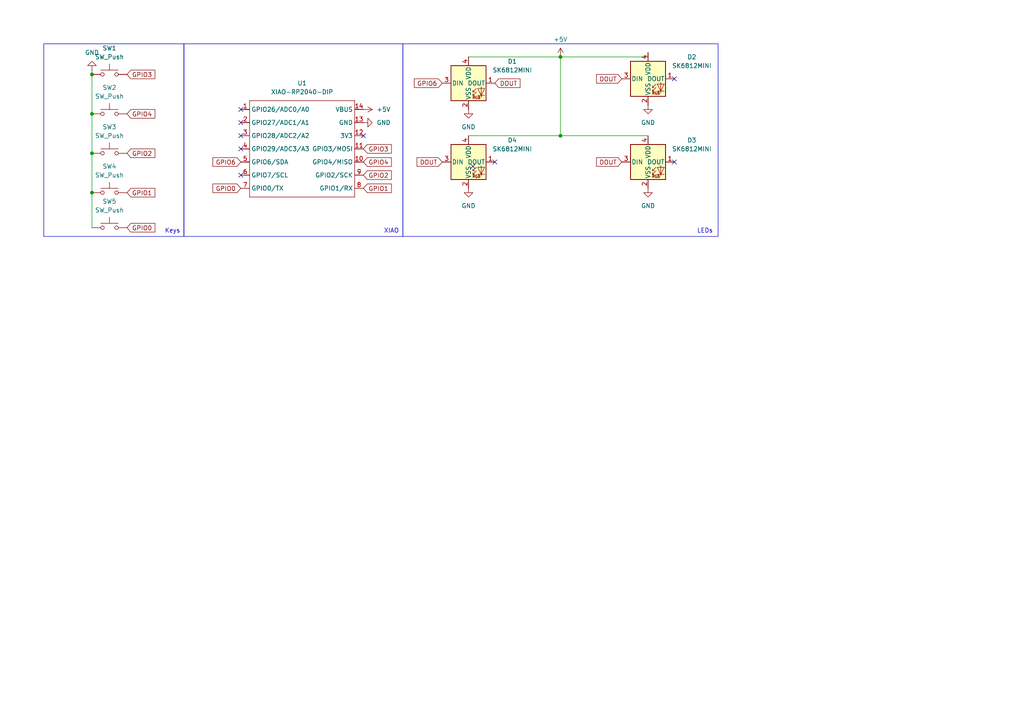
<source format=kicad_sch>
(kicad_sch
	(version 20231120)
	(generator "eeschema")
	(generator_version "8.0")
	(uuid "4ee10040-e0b6-4045-b3f1-ec38d41f0534")
	(paper "A4")
	(title_block
		(title "Cubus - Macrokeyboard")
		(date "2025-12-09")
		(rev "01")
		(company "Jannes M. Wendelken")
	)
	(lib_symbols
		(symbol "LED:SK6812MINI"
			(pin_names
				(offset 0.254)
			)
			(exclude_from_sim no)
			(in_bom yes)
			(on_board yes)
			(property "Reference" "D"
				(at 5.08 5.715 0)
				(effects
					(font
						(size 1.27 1.27)
					)
					(justify right bottom)
				)
			)
			(property "Value" "SK6812MINI"
				(at 1.27 -5.715 0)
				(effects
					(font
						(size 1.27 1.27)
					)
					(justify left top)
				)
			)
			(property "Footprint" "LED_SMD:LED_SK6812MINI_PLCC4_3.5x3.5mm_P1.75mm"
				(at 1.27 -7.62 0)
				(effects
					(font
						(size 1.27 1.27)
					)
					(justify left top)
					(hide yes)
				)
			)
			(property "Datasheet" "https://cdn-shop.adafruit.com/product-files/2686/SK6812MINI_REV.01-1-2.pdf"
				(at 2.54 -9.525 0)
				(effects
					(font
						(size 1.27 1.27)
					)
					(justify left top)
					(hide yes)
				)
			)
			(property "Description" "RGB LED with integrated controller"
				(at 0 0 0)
				(effects
					(font
						(size 1.27 1.27)
					)
					(hide yes)
				)
			)
			(property "ki_keywords" "RGB LED NeoPixel Mini addressable"
				(at 0 0 0)
				(effects
					(font
						(size 1.27 1.27)
					)
					(hide yes)
				)
			)
			(property "ki_fp_filters" "LED*SK6812MINI*PLCC*3.5x3.5mm*P1.75mm*"
				(at 0 0 0)
				(effects
					(font
						(size 1.27 1.27)
					)
					(hide yes)
				)
			)
			(symbol "SK6812MINI_0_0"
				(text "RGB"
					(at 2.286 -4.191 0)
					(effects
						(font
							(size 0.762 0.762)
						)
					)
				)
			)
			(symbol "SK6812MINI_0_1"
				(polyline
					(pts
						(xy 1.27 -3.556) (xy 1.778 -3.556)
					)
					(stroke
						(width 0)
						(type default)
					)
					(fill
						(type none)
					)
				)
				(polyline
					(pts
						(xy 1.27 -2.54) (xy 1.778 -2.54)
					)
					(stroke
						(width 0)
						(type default)
					)
					(fill
						(type none)
					)
				)
				(polyline
					(pts
						(xy 4.699 -3.556) (xy 2.667 -3.556)
					)
					(stroke
						(width 0)
						(type default)
					)
					(fill
						(type none)
					)
				)
				(polyline
					(pts
						(xy 2.286 -2.54) (xy 1.27 -3.556) (xy 1.27 -3.048)
					)
					(stroke
						(width 0)
						(type default)
					)
					(fill
						(type none)
					)
				)
				(polyline
					(pts
						(xy 2.286 -1.524) (xy 1.27 -2.54) (xy 1.27 -2.032)
					)
					(stroke
						(width 0)
						(type default)
					)
					(fill
						(type none)
					)
				)
				(polyline
					(pts
						(xy 3.683 -1.016) (xy 3.683 -3.556) (xy 3.683 -4.064)
					)
					(stroke
						(width 0)
						(type default)
					)
					(fill
						(type none)
					)
				)
				(polyline
					(pts
						(xy 4.699 -1.524) (xy 2.667 -1.524) (xy 3.683 -3.556) (xy 4.699 -1.524)
					)
					(stroke
						(width 0)
						(type default)
					)
					(fill
						(type none)
					)
				)
				(rectangle
					(start 5.08 5.08)
					(end -5.08 -5.08)
					(stroke
						(width 0.254)
						(type default)
					)
					(fill
						(type background)
					)
				)
			)
			(symbol "SK6812MINI_1_1"
				(pin output line
					(at 7.62 0 180)
					(length 2.54)
					(name "DOUT"
						(effects
							(font
								(size 1.27 1.27)
							)
						)
					)
					(number "1"
						(effects
							(font
								(size 1.27 1.27)
							)
						)
					)
				)
				(pin power_in line
					(at 0 -7.62 90)
					(length 2.54)
					(name "VSS"
						(effects
							(font
								(size 1.27 1.27)
							)
						)
					)
					(number "2"
						(effects
							(font
								(size 1.27 1.27)
							)
						)
					)
				)
				(pin input line
					(at -7.62 0 0)
					(length 2.54)
					(name "DIN"
						(effects
							(font
								(size 1.27 1.27)
							)
						)
					)
					(number "3"
						(effects
							(font
								(size 1.27 1.27)
							)
						)
					)
				)
				(pin power_in line
					(at 0 7.62 270)
					(length 2.54)
					(name "VDD"
						(effects
							(font
								(size 1.27 1.27)
							)
						)
					)
					(number "4"
						(effects
							(font
								(size 1.27 1.27)
							)
						)
					)
				)
			)
		)
		(symbol "Seeed_Studio_XIAO_Series:XIAO-RP2040-DIP"
			(exclude_from_sim no)
			(in_bom yes)
			(on_board yes)
			(property "Reference" "U"
				(at 0 0 0)
				(effects
					(font
						(size 1.27 1.27)
					)
				)
			)
			(property "Value" "XIAO-RP2040-DIP"
				(at 5.334 -1.778 0)
				(effects
					(font
						(size 1.27 1.27)
					)
				)
			)
			(property "Footprint" "Module:MOUDLE14P-XIAO-DIP-SMD"
				(at 14.478 -32.258 0)
				(effects
					(font
						(size 1.27 1.27)
					)
					(hide yes)
				)
			)
			(property "Datasheet" ""
				(at 0 0 0)
				(effects
					(font
						(size 1.27 1.27)
					)
					(hide yes)
				)
			)
			(property "Description" ""
				(at 0 0 0)
				(effects
					(font
						(size 1.27 1.27)
					)
					(hide yes)
				)
			)
			(symbol "XIAO-RP2040-DIP_1_0"
				(polyline
					(pts
						(xy -1.27 -30.48) (xy -1.27 -16.51)
					)
					(stroke
						(width 0.1524)
						(type solid)
					)
					(fill
						(type none)
					)
				)
				(polyline
					(pts
						(xy -1.27 -27.94) (xy -2.54 -27.94)
					)
					(stroke
						(width 0.1524)
						(type solid)
					)
					(fill
						(type none)
					)
				)
				(polyline
					(pts
						(xy -1.27 -24.13) (xy -2.54 -24.13)
					)
					(stroke
						(width 0.1524)
						(type solid)
					)
					(fill
						(type none)
					)
				)
				(polyline
					(pts
						(xy -1.27 -20.32) (xy -2.54 -20.32)
					)
					(stroke
						(width 0.1524)
						(type solid)
					)
					(fill
						(type none)
					)
				)
				(polyline
					(pts
						(xy -1.27 -16.51) (xy -2.54 -16.51)
					)
					(stroke
						(width 0.1524)
						(type solid)
					)
					(fill
						(type none)
					)
				)
				(polyline
					(pts
						(xy -1.27 -16.51) (xy -1.27 -12.7)
					)
					(stroke
						(width 0.1524)
						(type solid)
					)
					(fill
						(type none)
					)
				)
				(polyline
					(pts
						(xy -1.27 -12.7) (xy -2.54 -12.7)
					)
					(stroke
						(width 0.1524)
						(type solid)
					)
					(fill
						(type none)
					)
				)
				(polyline
					(pts
						(xy -1.27 -12.7) (xy -1.27 -8.89)
					)
					(stroke
						(width 0.1524)
						(type solid)
					)
					(fill
						(type none)
					)
				)
				(polyline
					(pts
						(xy -1.27 -8.89) (xy -2.54 -8.89)
					)
					(stroke
						(width 0.1524)
						(type solid)
					)
					(fill
						(type none)
					)
				)
				(polyline
					(pts
						(xy -1.27 -8.89) (xy -1.27 -5.08)
					)
					(stroke
						(width 0.1524)
						(type solid)
					)
					(fill
						(type none)
					)
				)
				(polyline
					(pts
						(xy -1.27 -5.08) (xy -2.54 -5.08)
					)
					(stroke
						(width 0.1524)
						(type solid)
					)
					(fill
						(type none)
					)
				)
				(polyline
					(pts
						(xy -1.27 -5.08) (xy -1.27 -2.54)
					)
					(stroke
						(width 0.1524)
						(type solid)
					)
					(fill
						(type none)
					)
				)
				(polyline
					(pts
						(xy -1.27 -2.54) (xy 29.21 -2.54)
					)
					(stroke
						(width 0.1524)
						(type solid)
					)
					(fill
						(type none)
					)
				)
				(polyline
					(pts
						(xy 29.21 -30.48) (xy -1.27 -30.48)
					)
					(stroke
						(width 0.1524)
						(type solid)
					)
					(fill
						(type none)
					)
				)
				(polyline
					(pts
						(xy 29.21 -12.7) (xy 29.21 -30.48)
					)
					(stroke
						(width 0.1524)
						(type solid)
					)
					(fill
						(type none)
					)
				)
				(polyline
					(pts
						(xy 29.21 -8.89) (xy 29.21 -12.7)
					)
					(stroke
						(width 0.1524)
						(type solid)
					)
					(fill
						(type none)
					)
				)
				(polyline
					(pts
						(xy 29.21 -5.08) (xy 29.21 -8.89)
					)
					(stroke
						(width 0.1524)
						(type solid)
					)
					(fill
						(type none)
					)
				)
				(polyline
					(pts
						(xy 29.21 -2.54) (xy 29.21 -5.08)
					)
					(stroke
						(width 0.1524)
						(type solid)
					)
					(fill
						(type none)
					)
				)
				(polyline
					(pts
						(xy 30.48 -27.94) (xy 29.21 -27.94)
					)
					(stroke
						(width 0.1524)
						(type solid)
					)
					(fill
						(type none)
					)
				)
				(polyline
					(pts
						(xy 30.48 -24.13) (xy 29.21 -24.13)
					)
					(stroke
						(width 0.1524)
						(type solid)
					)
					(fill
						(type none)
					)
				)
				(polyline
					(pts
						(xy 30.48 -20.32) (xy 29.21 -20.32)
					)
					(stroke
						(width 0.1524)
						(type solid)
					)
					(fill
						(type none)
					)
				)
				(polyline
					(pts
						(xy 30.48 -16.51) (xy 29.21 -16.51)
					)
					(stroke
						(width 0.1524)
						(type solid)
					)
					(fill
						(type none)
					)
				)
				(polyline
					(pts
						(xy 30.48 -12.7) (xy 29.21 -12.7)
					)
					(stroke
						(width 0.1524)
						(type solid)
					)
					(fill
						(type none)
					)
				)
				(polyline
					(pts
						(xy 30.48 -8.89) (xy 29.21 -8.89)
					)
					(stroke
						(width 0.1524)
						(type solid)
					)
					(fill
						(type none)
					)
				)
				(polyline
					(pts
						(xy 30.48 -5.08) (xy 29.21 -5.08)
					)
					(stroke
						(width 0.1524)
						(type solid)
					)
					(fill
						(type none)
					)
				)
				(pin passive line
					(at -3.81 -5.08 0)
					(length 2.54)
					(name "GPIO26/ADC0/A0"
						(effects
							(font
								(size 1.27 1.27)
							)
						)
					)
					(number "1"
						(effects
							(font
								(size 1.27 1.27)
							)
						)
					)
				)
				(pin passive line
					(at 31.75 -20.32 180)
					(length 2.54)
					(name "GPIO4/MISO"
						(effects
							(font
								(size 1.27 1.27)
							)
						)
					)
					(number "10"
						(effects
							(font
								(size 1.27 1.27)
							)
						)
					)
				)
				(pin passive line
					(at 31.75 -16.51 180)
					(length 2.54)
					(name "GPIO3/MOSI"
						(effects
							(font
								(size 1.27 1.27)
							)
						)
					)
					(number "11"
						(effects
							(font
								(size 1.27 1.27)
							)
						)
					)
				)
				(pin passive line
					(at 31.75 -12.7 180)
					(length 2.54)
					(name "3V3"
						(effects
							(font
								(size 1.27 1.27)
							)
						)
					)
					(number "12"
						(effects
							(font
								(size 1.27 1.27)
							)
						)
					)
				)
				(pin passive line
					(at 31.75 -8.89 180)
					(length 2.54)
					(name "GND"
						(effects
							(font
								(size 1.27 1.27)
							)
						)
					)
					(number "13"
						(effects
							(font
								(size 1.27 1.27)
							)
						)
					)
				)
				(pin passive line
					(at 31.75 -5.08 180)
					(length 2.54)
					(name "VBUS"
						(effects
							(font
								(size 1.27 1.27)
							)
						)
					)
					(number "14"
						(effects
							(font
								(size 1.27 1.27)
							)
						)
					)
				)
				(pin passive line
					(at -3.81 -8.89 0)
					(length 2.54)
					(name "GPIO27/ADC1/A1"
						(effects
							(font
								(size 1.27 1.27)
							)
						)
					)
					(number "2"
						(effects
							(font
								(size 1.27 1.27)
							)
						)
					)
				)
				(pin passive line
					(at -3.81 -12.7 0)
					(length 2.54)
					(name "GPIO28/ADC2/A2"
						(effects
							(font
								(size 1.27 1.27)
							)
						)
					)
					(number "3"
						(effects
							(font
								(size 1.27 1.27)
							)
						)
					)
				)
				(pin passive line
					(at -3.81 -16.51 0)
					(length 2.54)
					(name "GPIO29/ADC3/A3"
						(effects
							(font
								(size 1.27 1.27)
							)
						)
					)
					(number "4"
						(effects
							(font
								(size 1.27 1.27)
							)
						)
					)
				)
				(pin passive line
					(at -3.81 -20.32 0)
					(length 2.54)
					(name "GPIO6/SDA"
						(effects
							(font
								(size 1.27 1.27)
							)
						)
					)
					(number "5"
						(effects
							(font
								(size 1.27 1.27)
							)
						)
					)
				)
				(pin passive line
					(at -3.81 -24.13 0)
					(length 2.54)
					(name "GPIO7/SCL"
						(effects
							(font
								(size 1.27 1.27)
							)
						)
					)
					(number "6"
						(effects
							(font
								(size 1.27 1.27)
							)
						)
					)
				)
				(pin passive line
					(at -3.81 -27.94 0)
					(length 2.54)
					(name "GPIO0/TX"
						(effects
							(font
								(size 1.27 1.27)
							)
						)
					)
					(number "7"
						(effects
							(font
								(size 1.27 1.27)
							)
						)
					)
				)
				(pin passive line
					(at 31.75 -27.94 180)
					(length 2.54)
					(name "GPIO1/RX"
						(effects
							(font
								(size 1.27 1.27)
							)
						)
					)
					(number "8"
						(effects
							(font
								(size 1.27 1.27)
							)
						)
					)
				)
				(pin passive line
					(at 31.75 -24.13 180)
					(length 2.54)
					(name "GPIO2/SCK"
						(effects
							(font
								(size 1.27 1.27)
							)
						)
					)
					(number "9"
						(effects
							(font
								(size 1.27 1.27)
							)
						)
					)
				)
			)
		)
		(symbol "Switch:SW_Push"
			(pin_numbers hide)
			(pin_names
				(offset 1.016) hide)
			(exclude_from_sim no)
			(in_bom yes)
			(on_board yes)
			(property "Reference" "SW"
				(at 1.27 2.54 0)
				(effects
					(font
						(size 1.27 1.27)
					)
					(justify left)
				)
			)
			(property "Value" "SW_Push"
				(at 0 -1.524 0)
				(effects
					(font
						(size 1.27 1.27)
					)
				)
			)
			(property "Footprint" ""
				(at 0 5.08 0)
				(effects
					(font
						(size 1.27 1.27)
					)
					(hide yes)
				)
			)
			(property "Datasheet" "~"
				(at 0 5.08 0)
				(effects
					(font
						(size 1.27 1.27)
					)
					(hide yes)
				)
			)
			(property "Description" "Push button switch, generic, two pins"
				(at 0 0 0)
				(effects
					(font
						(size 1.27 1.27)
					)
					(hide yes)
				)
			)
			(property "ki_keywords" "switch normally-open pushbutton push-button"
				(at 0 0 0)
				(effects
					(font
						(size 1.27 1.27)
					)
					(hide yes)
				)
			)
			(symbol "SW_Push_0_1"
				(circle
					(center -2.032 0)
					(radius 0.508)
					(stroke
						(width 0)
						(type default)
					)
					(fill
						(type none)
					)
				)
				(polyline
					(pts
						(xy 0 1.27) (xy 0 3.048)
					)
					(stroke
						(width 0)
						(type default)
					)
					(fill
						(type none)
					)
				)
				(polyline
					(pts
						(xy 2.54 1.27) (xy -2.54 1.27)
					)
					(stroke
						(width 0)
						(type default)
					)
					(fill
						(type none)
					)
				)
				(circle
					(center 2.032 0)
					(radius 0.508)
					(stroke
						(width 0)
						(type default)
					)
					(fill
						(type none)
					)
				)
				(pin passive line
					(at -5.08 0 0)
					(length 2.54)
					(name "1"
						(effects
							(font
								(size 1.27 1.27)
							)
						)
					)
					(number "1"
						(effects
							(font
								(size 1.27 1.27)
							)
						)
					)
				)
				(pin passive line
					(at 5.08 0 180)
					(length 2.54)
					(name "2"
						(effects
							(font
								(size 1.27 1.27)
							)
						)
					)
					(number "2"
						(effects
							(font
								(size 1.27 1.27)
							)
						)
					)
				)
			)
		)
		(symbol "power:+5V"
			(power)
			(pin_numbers hide)
			(pin_names
				(offset 0) hide)
			(exclude_from_sim no)
			(in_bom yes)
			(on_board yes)
			(property "Reference" "#PWR"
				(at 0 -3.81 0)
				(effects
					(font
						(size 1.27 1.27)
					)
					(hide yes)
				)
			)
			(property "Value" "+5V"
				(at 0 3.556 0)
				(effects
					(font
						(size 1.27 1.27)
					)
				)
			)
			(property "Footprint" ""
				(at 0 0 0)
				(effects
					(font
						(size 1.27 1.27)
					)
					(hide yes)
				)
			)
			(property "Datasheet" ""
				(at 0 0 0)
				(effects
					(font
						(size 1.27 1.27)
					)
					(hide yes)
				)
			)
			(property "Description" "Power symbol creates a global label with name \"+5V\""
				(at 0 0 0)
				(effects
					(font
						(size 1.27 1.27)
					)
					(hide yes)
				)
			)
			(property "ki_keywords" "global power"
				(at 0 0 0)
				(effects
					(font
						(size 1.27 1.27)
					)
					(hide yes)
				)
			)
			(symbol "+5V_0_1"
				(polyline
					(pts
						(xy -0.762 1.27) (xy 0 2.54)
					)
					(stroke
						(width 0)
						(type default)
					)
					(fill
						(type none)
					)
				)
				(polyline
					(pts
						(xy 0 0) (xy 0 2.54)
					)
					(stroke
						(width 0)
						(type default)
					)
					(fill
						(type none)
					)
				)
				(polyline
					(pts
						(xy 0 2.54) (xy 0.762 1.27)
					)
					(stroke
						(width 0)
						(type default)
					)
					(fill
						(type none)
					)
				)
			)
			(symbol "+5V_1_1"
				(pin power_in line
					(at 0 0 90)
					(length 0)
					(name "~"
						(effects
							(font
								(size 1.27 1.27)
							)
						)
					)
					(number "1"
						(effects
							(font
								(size 1.27 1.27)
							)
						)
					)
				)
			)
		)
		(symbol "power:GND"
			(power)
			(pin_numbers hide)
			(pin_names
				(offset 0) hide)
			(exclude_from_sim no)
			(in_bom yes)
			(on_board yes)
			(property "Reference" "#PWR"
				(at 0 -6.35 0)
				(effects
					(font
						(size 1.27 1.27)
					)
					(hide yes)
				)
			)
			(property "Value" "GND"
				(at 0 -3.81 0)
				(effects
					(font
						(size 1.27 1.27)
					)
				)
			)
			(property "Footprint" ""
				(at 0 0 0)
				(effects
					(font
						(size 1.27 1.27)
					)
					(hide yes)
				)
			)
			(property "Datasheet" ""
				(at 0 0 0)
				(effects
					(font
						(size 1.27 1.27)
					)
					(hide yes)
				)
			)
			(property "Description" "Power symbol creates a global label with name \"GND\" , ground"
				(at 0 0 0)
				(effects
					(font
						(size 1.27 1.27)
					)
					(hide yes)
				)
			)
			(property "ki_keywords" "global power"
				(at 0 0 0)
				(effects
					(font
						(size 1.27 1.27)
					)
					(hide yes)
				)
			)
			(symbol "GND_0_1"
				(polyline
					(pts
						(xy 0 0) (xy 0 -1.27) (xy 1.27 -1.27) (xy 0 -2.54) (xy -1.27 -1.27) (xy 0 -1.27)
					)
					(stroke
						(width 0)
						(type default)
					)
					(fill
						(type none)
					)
				)
			)
			(symbol "GND_1_1"
				(pin power_in line
					(at 0 0 270)
					(length 0)
					(name "~"
						(effects
							(font
								(size 1.27 1.27)
							)
						)
					)
					(number "1"
						(effects
							(font
								(size 1.27 1.27)
							)
						)
					)
				)
			)
		)
	)
	(junction
		(at 26.67 21.59)
		(diameter 0)
		(color 0 0 0 0)
		(uuid "37c84473-7f8f-4d3b-8232-4a3716c15340")
	)
	(junction
		(at 162.56 39.37)
		(diameter 0)
		(color 0 0 0 0)
		(uuid "3d5319ce-6ba5-4b46-876f-46f6c3a3395c")
	)
	(junction
		(at 162.56 16.51)
		(diameter 0)
		(color 0 0 0 0)
		(uuid "3e987010-e723-426c-91bc-ed3b34836d59")
	)
	(junction
		(at 26.67 55.88)
		(diameter 0)
		(color 0 0 0 0)
		(uuid "5fc0316e-cda9-48be-97c4-19d6d5d413b9")
	)
	(junction
		(at 26.67 44.45)
		(diameter 0)
		(color 0 0 0 0)
		(uuid "8d1f5a44-d03b-4b20-9b72-3bfb169d5b5d")
	)
	(junction
		(at 26.67 33.02)
		(diameter 0)
		(color 0 0 0 0)
		(uuid "b08c4655-24c5-4f20-a5a2-ef11d8881b74")
	)
	(no_connect
		(at 105.41 39.37)
		(uuid "32813627-db83-4ed9-a943-fbc9c06c08e8")
	)
	(no_connect
		(at 69.85 50.8)
		(uuid "4820f527-13ed-4d3f-9870-38fe40b77487")
	)
	(no_connect
		(at 69.85 39.37)
		(uuid "57a15049-fb52-4930-9e3c-a7bae6b7ee11")
	)
	(no_connect
		(at 137.16 48.26)
		(uuid "5feb81fd-b227-4886-bc30-071bf5231489")
	)
	(no_connect
		(at 69.85 35.56)
		(uuid "671177f9-d752-4db9-ba2c-b36233e5872c")
	)
	(no_connect
		(at 195.58 22.86)
		(uuid "73dd8241-3391-4d4c-a2bd-7d029151d889")
	)
	(no_connect
		(at 195.58 46.99)
		(uuid "82e89247-f991-4e9b-9c1d-4a994afb62ca")
	)
	(no_connect
		(at 69.85 31.75)
		(uuid "82f38f0e-8053-4db6-9cce-ce38a60c7c4d")
	)
	(no_connect
		(at 143.51 46.99)
		(uuid "ad3e2c3e-2a4b-4267-a45d-7e99a9b313ff")
	)
	(no_connect
		(at 69.85 43.18)
		(uuid "e2b3a4f5-9505-4b6f-a4dd-1cc32a730301")
	)
	(wire
		(pts
			(xy 162.56 39.37) (xy 187.96 39.37)
		)
		(stroke
			(width 0)
			(type default)
		)
		(uuid "02b762af-e9ac-4928-b52f-35f4e3045016")
	)
	(wire
		(pts
			(xy 26.67 33.02) (xy 26.67 44.45)
		)
		(stroke
			(width 0)
			(type default)
		)
		(uuid "02e55f7f-8bb6-4aac-b4f1-8a109614637e")
	)
	(wire
		(pts
			(xy 26.67 44.45) (xy 26.67 55.88)
		)
		(stroke
			(width 0)
			(type default)
		)
		(uuid "02e9882c-647e-41a4-86cf-573950f303e2")
	)
	(wire
		(pts
			(xy 135.89 39.37) (xy 162.56 39.37)
		)
		(stroke
			(width 0)
			(type default)
		)
		(uuid "30ba01de-541d-48fe-813c-b2cd62bbbd89")
	)
	(wire
		(pts
			(xy 187.96 16.51) (xy 187.96 15.24)
		)
		(stroke
			(width 0)
			(type default)
		)
		(uuid "3afd019e-8acc-43ed-861c-0f97a94945cb")
	)
	(wire
		(pts
			(xy 26.67 21.59) (xy 26.67 33.02)
		)
		(stroke
			(width 0)
			(type default)
		)
		(uuid "56c2ae81-93db-47e4-ba94-bda432df8d9d")
	)
	(wire
		(pts
			(xy 135.89 16.51) (xy 162.56 16.51)
		)
		(stroke
			(width 0)
			(type default)
		)
		(uuid "8a272069-5d69-4211-a9ba-853373975947")
	)
	(wire
		(pts
			(xy 26.67 55.88) (xy 26.67 66.04)
		)
		(stroke
			(width 0)
			(type default)
		)
		(uuid "bce2c9ca-1346-4c29-bf52-3d328f7cc972")
	)
	(wire
		(pts
			(xy 162.56 16.51) (xy 187.96 16.51)
		)
		(stroke
			(width 0)
			(type default)
		)
		(uuid "c19a5914-704c-4140-b884-cf8fc1b4b6ae")
	)
	(wire
		(pts
			(xy 26.67 20.32) (xy 26.67 21.59)
		)
		(stroke
			(width 0)
			(type default)
		)
		(uuid "e273b0e2-0c90-4dbd-9422-f389cbe13f28")
	)
	(wire
		(pts
			(xy 162.56 16.51) (xy 162.56 39.37)
		)
		(stroke
			(width 0)
			(type default)
		)
		(uuid "e91e6ac4-edb0-4d76-a527-25776ac8ab37")
	)
	(rectangle
		(start 116.84 12.7)
		(end 208.28 68.58)
		(stroke
			(width 0)
			(type default)
		)
		(fill
			(type none)
		)
		(uuid 9c9e9338-15aa-4c38-84eb-d10cda2d57ae)
	)
	(rectangle
		(start 12.7 12.7)
		(end 53.34 68.58)
		(stroke
			(width 0)
			(type default)
		)
		(fill
			(type none)
		)
		(uuid cdd7ef26-413d-4ed4-832d-72d04b48b0b5)
	)
	(rectangle
		(start 53.34 12.7)
		(end 116.84 68.58)
		(stroke
			(width 0)
			(type default)
		)
		(fill
			(type none)
		)
		(uuid d4b56d5d-5dbc-4cb2-8f2a-b78082d62201)
	)
	(text "XIAO\n"
		(exclude_from_sim no)
		(at 113.538 67.056 0)
		(effects
			(font
				(size 1.27 1.27)
			)
		)
		(uuid "50006966-66bb-410c-9f01-47b854f4ad31")
	)
	(text "LEDs\n"
		(exclude_from_sim no)
		(at 204.47 67.056 0)
		(effects
			(font
				(size 1.27 1.27)
			)
		)
		(uuid "83ce0549-ced3-4710-83c0-a3328581bf39")
	)
	(text "Keys\n"
		(exclude_from_sim no)
		(at 50.038 67.056 0)
		(effects
			(font
				(size 1.27 1.27)
			)
		)
		(uuid "ffd2b7c9-cc5c-4047-a6c2-33b26ee7e892")
	)
	(global_label "GPIO1"
		(shape input)
		(at 105.41 54.61 0)
		(fields_autoplaced yes)
		(effects
			(font
				(size 1.27 1.27)
			)
			(justify left)
		)
		(uuid "05ea776a-f746-4c65-ac41-8f80f917d545")
		(property "Intersheetrefs" "${INTERSHEET_REFS}"
			(at 114.08 54.61 0)
			(effects
				(font
					(size 1.27 1.27)
				)
				(justify left)
				(hide yes)
			)
		)
	)
	(global_label "GPIO6"
		(shape input)
		(at 128.27 24.13 180)
		(fields_autoplaced yes)
		(effects
			(font
				(size 1.27 1.27)
			)
			(justify right)
		)
		(uuid "0ce5cb95-815b-422a-95ae-8565703fb473")
		(property "Intersheetrefs" "${INTERSHEET_REFS}"
			(at 119.6 24.13 0)
			(effects
				(font
					(size 1.27 1.27)
				)
				(justify right)
				(hide yes)
			)
		)
	)
	(global_label "DOUT"
		(shape input)
		(at 143.51 24.13 0)
		(fields_autoplaced yes)
		(effects
			(font
				(size 1.27 1.27)
			)
			(justify left)
		)
		(uuid "1c111e76-0946-4dbb-afe4-1f0f1b336155")
		(property "Intersheetrefs" "${INTERSHEET_REFS}"
			(at 151.3938 24.13 0)
			(effects
				(font
					(size 1.27 1.27)
				)
				(justify left)
				(hide yes)
			)
		)
	)
	(global_label "DOUT"
		(shape input)
		(at 128.27 46.99 180)
		(fields_autoplaced yes)
		(effects
			(font
				(size 1.27 1.27)
			)
			(justify right)
		)
		(uuid "3ee0966e-54ea-40c4-b212-4cb987903e24")
		(property "Intersheetrefs" "${INTERSHEET_REFS}"
			(at 120.3862 46.99 0)
			(effects
				(font
					(size 1.27 1.27)
				)
				(justify right)
				(hide yes)
			)
		)
	)
	(global_label "GPIO2"
		(shape input)
		(at 105.41 50.8 0)
		(fields_autoplaced yes)
		(effects
			(font
				(size 1.27 1.27)
			)
			(justify left)
		)
		(uuid "4702c00b-8dc6-45a2-8d5a-94fe07649e5e")
		(property "Intersheetrefs" "${INTERSHEET_REFS}"
			(at 114.08 50.8 0)
			(effects
				(font
					(size 1.27 1.27)
				)
				(justify left)
				(hide yes)
			)
		)
	)
	(global_label "GPIO0"
		(shape input)
		(at 69.85 54.61 180)
		(fields_autoplaced yes)
		(effects
			(font
				(size 1.27 1.27)
			)
			(justify right)
		)
		(uuid "4e031468-bc01-47b3-980b-d807cf761d17")
		(property "Intersheetrefs" "${INTERSHEET_REFS}"
			(at 61.18 54.61 0)
			(effects
				(font
					(size 1.27 1.27)
				)
				(justify right)
				(hide yes)
			)
		)
	)
	(global_label "GPIO0"
		(shape input)
		(at 36.83 66.04 0)
		(fields_autoplaced yes)
		(effects
			(font
				(size 1.27 1.27)
			)
			(justify left)
		)
		(uuid "6195b8d7-db41-4339-aea3-6c882b6e436e")
		(property "Intersheetrefs" "${INTERSHEET_REFS}"
			(at 45.5 66.04 0)
			(effects
				(font
					(size 1.27 1.27)
				)
				(justify left)
				(hide yes)
			)
		)
	)
	(global_label "GPIO4"
		(shape input)
		(at 105.41 46.99 0)
		(fields_autoplaced yes)
		(effects
			(font
				(size 1.27 1.27)
			)
			(justify left)
		)
		(uuid "6a9be177-cb77-47ec-ad39-0109783e011b")
		(property "Intersheetrefs" "${INTERSHEET_REFS}"
			(at 114.08 46.99 0)
			(effects
				(font
					(size 1.27 1.27)
				)
				(justify left)
				(hide yes)
			)
		)
	)
	(global_label "GPIO2"
		(shape input)
		(at 36.83 44.45 0)
		(fields_autoplaced yes)
		(effects
			(font
				(size 1.27 1.27)
			)
			(justify left)
		)
		(uuid "7176d3e3-c10c-4cc1-91ff-2a4e078bf538")
		(property "Intersheetrefs" "${INTERSHEET_REFS}"
			(at 45.5 44.45 0)
			(effects
				(font
					(size 1.27 1.27)
				)
				(justify left)
				(hide yes)
			)
		)
	)
	(global_label "GPIO1"
		(shape input)
		(at 36.83 55.88 0)
		(fields_autoplaced yes)
		(effects
			(font
				(size 1.27 1.27)
			)
			(justify left)
		)
		(uuid "97b7380a-c7c9-472f-a19c-aa794b4e835a")
		(property "Intersheetrefs" "${INTERSHEET_REFS}"
			(at 45.5 55.88 0)
			(effects
				(font
					(size 1.27 1.27)
				)
				(justify left)
				(hide yes)
			)
		)
	)
	(global_label "GPIO3"
		(shape input)
		(at 36.83 21.59 0)
		(fields_autoplaced yes)
		(effects
			(font
				(size 1.27 1.27)
			)
			(justify left)
		)
		(uuid "a938b4c4-4aa4-4e43-b0a6-2f651ed64d88")
		(property "Intersheetrefs" "${INTERSHEET_REFS}"
			(at 45.5 21.59 0)
			(effects
				(font
					(size 1.27 1.27)
				)
				(justify left)
				(hide yes)
			)
		)
	)
	(global_label "GPIO6"
		(shape input)
		(at 69.85 46.99 180)
		(fields_autoplaced yes)
		(effects
			(font
				(size 1.27 1.27)
			)
			(justify right)
		)
		(uuid "cafb09a9-a940-4c82-b37f-fd561dabb8fc")
		(property "Intersheetrefs" "${INTERSHEET_REFS}"
			(at 61.18 46.99 0)
			(effects
				(font
					(size 1.27 1.27)
				)
				(justify right)
				(hide yes)
			)
		)
	)
	(global_label "GPIO3"
		(shape input)
		(at 105.41 43.18 0)
		(fields_autoplaced yes)
		(effects
			(font
				(size 1.27 1.27)
			)
			(justify left)
		)
		(uuid "e61fe38b-2fcc-4657-9717-941c77edc53d")
		(property "Intersheetrefs" "${INTERSHEET_REFS}"
			(at 114.08 43.18 0)
			(effects
				(font
					(size 1.27 1.27)
				)
				(justify left)
				(hide yes)
			)
		)
	)
	(global_label "GPIO4"
		(shape input)
		(at 36.83 33.02 0)
		(fields_autoplaced yes)
		(effects
			(font
				(size 1.27 1.27)
			)
			(justify left)
		)
		(uuid "eb1f69c3-0a6d-47ba-b15c-132863971f6a")
		(property "Intersheetrefs" "${INTERSHEET_REFS}"
			(at 45.5 33.02 0)
			(effects
				(font
					(size 1.27 1.27)
				)
				(justify left)
				(hide yes)
			)
		)
	)
	(global_label "DOUT"
		(shape input)
		(at 180.34 46.99 180)
		(fields_autoplaced yes)
		(effects
			(font
				(size 1.27 1.27)
			)
			(justify right)
		)
		(uuid "f113ce80-fa6f-49c0-876a-1a09cf0cab16")
		(property "Intersheetrefs" "${INTERSHEET_REFS}"
			(at 172.4562 46.99 0)
			(effects
				(font
					(size 1.27 1.27)
				)
				(justify right)
				(hide yes)
			)
		)
	)
	(global_label "DOUT"
		(shape input)
		(at 180.34 22.86 180)
		(fields_autoplaced yes)
		(effects
			(font
				(size 1.27 1.27)
			)
			(justify right)
		)
		(uuid "f1af4b88-bb2d-4dad-b160-082981f6c5dd")
		(property "Intersheetrefs" "${INTERSHEET_REFS}"
			(at 172.4562 22.86 0)
			(effects
				(font
					(size 1.27 1.27)
				)
				(justify right)
				(hide yes)
			)
		)
	)
	(symbol
		(lib_id "LED:SK6812MINI")
		(at 135.89 24.13 0)
		(unit 1)
		(exclude_from_sim no)
		(in_bom yes)
		(on_board yes)
		(dnp no)
		(fields_autoplaced yes)
		(uuid "037fc84b-1cc0-4e7a-9fd0-a36f31eb0444")
		(property "Reference" "D1"
			(at 148.59 17.8114 0)
			(effects
				(font
					(size 1.27 1.27)
				)
			)
		)
		(property "Value" "SK6812MINI"
			(at 148.59 20.3514 0)
			(effects
				(font
					(size 1.27 1.27)
				)
			)
		)
		(property "Footprint" "LED_SMD:LED_SK6812MINI_PLCC4_3.5x3.5mm_P1.75mm"
			(at 137.16 31.75 0)
			(effects
				(font
					(size 1.27 1.27)
				)
				(justify left top)
				(hide yes)
			)
		)
		(property "Datasheet" "https://cdn-shop.adafruit.com/product-files/2686/SK6812MINI_REV.01-1-2.pdf"
			(at 138.43 33.655 0)
			(effects
				(font
					(size 1.27 1.27)
				)
				(justify left top)
				(hide yes)
			)
		)
		(property "Description" "RGB LED with integrated controller"
			(at 135.89 24.13 0)
			(effects
				(font
					(size 1.27 1.27)
				)
				(hide yes)
			)
		)
		(pin "2"
			(uuid "4721bbaf-e1a3-46fb-9e30-c1bdf13651c6")
		)
		(pin "4"
			(uuid "3688ef11-d1c2-4ae5-81bb-10c3c6a6d8fc")
		)
		(pin "3"
			(uuid "46208224-56d8-4222-93d2-52a5c9d92341")
		)
		(pin "1"
			(uuid "9f58ae21-981a-4c7b-87b2-8e42827983ad")
		)
		(instances
			(project ""
				(path "/4ee10040-e0b6-4045-b3f1-ec38d41f0534"
					(reference "D1")
					(unit 1)
				)
			)
		)
	)
	(symbol
		(lib_id "power:GND")
		(at 187.96 54.61 0)
		(unit 1)
		(exclude_from_sim no)
		(in_bom yes)
		(on_board yes)
		(dnp no)
		(fields_autoplaced yes)
		(uuid "0648018d-cabd-4f2b-8c7e-e454f086d444")
		(property "Reference" "#PWR05"
			(at 187.96 60.96 0)
			(effects
				(font
					(size 1.27 1.27)
				)
				(hide yes)
			)
		)
		(property "Value" "GND"
			(at 187.96 59.69 0)
			(effects
				(font
					(size 1.27 1.27)
				)
			)
		)
		(property "Footprint" ""
			(at 187.96 54.61 0)
			(effects
				(font
					(size 1.27 1.27)
				)
				(hide yes)
			)
		)
		(property "Datasheet" ""
			(at 187.96 54.61 0)
			(effects
				(font
					(size 1.27 1.27)
				)
				(hide yes)
			)
		)
		(property "Description" "Power symbol creates a global label with name \"GND\" , ground"
			(at 187.96 54.61 0)
			(effects
				(font
					(size 1.27 1.27)
				)
				(hide yes)
			)
		)
		(pin "1"
			(uuid "b1ff28d6-a1b6-4353-949e-21f9420133fa")
		)
		(instances
			(project "cubus"
				(path "/4ee10040-e0b6-4045-b3f1-ec38d41f0534"
					(reference "#PWR05")
					(unit 1)
				)
			)
		)
	)
	(symbol
		(lib_id "LED:SK6812MINI")
		(at 187.96 22.86 0)
		(unit 1)
		(exclude_from_sim no)
		(in_bom yes)
		(on_board yes)
		(dnp no)
		(fields_autoplaced yes)
		(uuid "232ac856-f7cc-471e-a440-629fe4327887")
		(property "Reference" "D2"
			(at 200.66 16.5414 0)
			(effects
				(font
					(size 1.27 1.27)
				)
			)
		)
		(property "Value" "SK6812MINI"
			(at 200.66 19.0814 0)
			(effects
				(font
					(size 1.27 1.27)
				)
			)
		)
		(property "Footprint" "LED_SMD:LED_SK6812MINI_PLCC4_3.5x3.5mm_P1.75mm"
			(at 189.23 30.48 0)
			(effects
				(font
					(size 1.27 1.27)
				)
				(justify left top)
				(hide yes)
			)
		)
		(property "Datasheet" "https://cdn-shop.adafruit.com/product-files/2686/SK6812MINI_REV.01-1-2.pdf"
			(at 190.5 32.385 0)
			(effects
				(font
					(size 1.27 1.27)
				)
				(justify left top)
				(hide yes)
			)
		)
		(property "Description" "RGB LED with integrated controller"
			(at 187.96 22.86 0)
			(effects
				(font
					(size 1.27 1.27)
				)
				(hide yes)
			)
		)
		(pin "2"
			(uuid "d3b0e568-5e71-432e-8735-1afae92ae737")
		)
		(pin "4"
			(uuid "782021df-2f1b-4727-90c5-62fb9706a239")
		)
		(pin "3"
			(uuid "841a6f41-5955-4a92-84d3-f7f1c62f4906")
		)
		(pin "1"
			(uuid "bce2beac-219e-432c-a103-163b82241857")
		)
		(instances
			(project "cubus"
				(path "/4ee10040-e0b6-4045-b3f1-ec38d41f0534"
					(reference "D2")
					(unit 1)
				)
			)
		)
	)
	(symbol
		(lib_id "LED:SK6812MINI")
		(at 187.96 46.99 0)
		(unit 1)
		(exclude_from_sim no)
		(in_bom yes)
		(on_board yes)
		(dnp no)
		(fields_autoplaced yes)
		(uuid "27b7ee8e-61c7-42a2-b46c-a72b15568391")
		(property "Reference" "D3"
			(at 200.66 40.6714 0)
			(effects
				(font
					(size 1.27 1.27)
				)
			)
		)
		(property "Value" "SK6812MINI"
			(at 200.66 43.2114 0)
			(effects
				(font
					(size 1.27 1.27)
				)
			)
		)
		(property "Footprint" "LED_SMD:LED_SK6812MINI_PLCC4_3.5x3.5mm_P1.75mm"
			(at 189.23 54.61 0)
			(effects
				(font
					(size 1.27 1.27)
				)
				(justify left top)
				(hide yes)
			)
		)
		(property "Datasheet" "https://cdn-shop.adafruit.com/product-files/2686/SK6812MINI_REV.01-1-2.pdf"
			(at 190.5 56.515 0)
			(effects
				(font
					(size 1.27 1.27)
				)
				(justify left top)
				(hide yes)
			)
		)
		(property "Description" "RGB LED with integrated controller"
			(at 187.96 46.99 0)
			(effects
				(font
					(size 1.27 1.27)
				)
				(hide yes)
			)
		)
		(pin "2"
			(uuid "23f34432-fc82-4b76-a59e-4c8576ea1e16")
		)
		(pin "4"
			(uuid "62f49cb3-e0d9-41bb-8c1c-082a2332bfa6")
		)
		(pin "3"
			(uuid "3bd37793-c457-4396-b30f-ae926f565c3c")
		)
		(pin "1"
			(uuid "96f50177-0c93-4582-8244-851248abdde5")
		)
		(instances
			(project "cubus"
				(path "/4ee10040-e0b6-4045-b3f1-ec38d41f0534"
					(reference "D3")
					(unit 1)
				)
			)
		)
	)
	(symbol
		(lib_id "power:GND")
		(at 26.67 20.32 180)
		(unit 1)
		(exclude_from_sim no)
		(in_bom yes)
		(on_board yes)
		(dnp no)
		(fields_autoplaced yes)
		(uuid "52ec0638-ff54-4ab4-b68f-a2ce277282d1")
		(property "Reference" "#PWR01"
			(at 26.67 13.97 0)
			(effects
				(font
					(size 1.27 1.27)
				)
				(hide yes)
			)
		)
		(property "Value" "GND"
			(at 26.67 15.24 0)
			(effects
				(font
					(size 1.27 1.27)
				)
			)
		)
		(property "Footprint" ""
			(at 26.67 20.32 0)
			(effects
				(font
					(size 1.27 1.27)
				)
				(hide yes)
			)
		)
		(property "Datasheet" ""
			(at 26.67 20.32 0)
			(effects
				(font
					(size 1.27 1.27)
				)
				(hide yes)
			)
		)
		(property "Description" "Power symbol creates a global label with name \"GND\" , ground"
			(at 26.67 20.32 0)
			(effects
				(font
					(size 1.27 1.27)
				)
				(hide yes)
			)
		)
		(pin "1"
			(uuid "418e38e5-efab-46dc-a713-7f620ecc5f60")
		)
		(instances
			(project ""
				(path "/4ee10040-e0b6-4045-b3f1-ec38d41f0534"
					(reference "#PWR01")
					(unit 1)
				)
			)
		)
	)
	(symbol
		(lib_id "Switch:SW_Push")
		(at 31.75 66.04 0)
		(unit 1)
		(exclude_from_sim no)
		(in_bom yes)
		(on_board yes)
		(dnp no)
		(fields_autoplaced yes)
		(uuid "52f82be3-17f3-4072-90fb-34ce2646845c")
		(property "Reference" "SW5"
			(at 31.75 58.42 0)
			(effects
				(font
					(size 1.27 1.27)
				)
			)
		)
		(property "Value" "SW_Push"
			(at 31.75 60.96 0)
			(effects
				(font
					(size 1.27 1.27)
				)
			)
		)
		(property "Footprint" "Button_Switch_Keyboard:SW_Cherry_MX_1.00u_PCB"
			(at 31.75 60.96 0)
			(effects
				(font
					(size 1.27 1.27)
				)
				(hide yes)
			)
		)
		(property "Datasheet" "~"
			(at 31.75 60.96 0)
			(effects
				(font
					(size 1.27 1.27)
				)
				(hide yes)
			)
		)
		(property "Description" "Push button switch, generic, two pins"
			(at 31.75 66.04 0)
			(effects
				(font
					(size 1.27 1.27)
				)
				(hide yes)
			)
		)
		(pin "2"
			(uuid "bdaaff2d-f1bf-4380-abc7-36924b00f70e")
		)
		(pin "1"
			(uuid "88dede74-4410-485b-80d1-7a699e58df12")
		)
		(instances
			(project "cubus"
				(path "/4ee10040-e0b6-4045-b3f1-ec38d41f0534"
					(reference "SW5")
					(unit 1)
				)
			)
		)
	)
	(symbol
		(lib_id "Seeed_Studio_XIAO_Series:XIAO-RP2040-DIP")
		(at 73.66 26.67 0)
		(unit 1)
		(exclude_from_sim no)
		(in_bom yes)
		(on_board yes)
		(dnp no)
		(fields_autoplaced yes)
		(uuid "853ada42-07e4-41b6-9043-86850ac6e5f9")
		(property "Reference" "U1"
			(at 87.63 24.13 0)
			(effects
				(font
					(size 1.27 1.27)
				)
			)
		)
		(property "Value" "XIAO-RP2040-DIP"
			(at 87.63 26.67 0)
			(effects
				(font
					(size 1.27 1.27)
				)
			)
		)
		(property "Footprint" "Seeed Studio XIAO Series Library:XIAO-RP2040-DIP"
			(at 88.138 58.928 0)
			(effects
				(font
					(size 1.27 1.27)
				)
				(hide yes)
			)
		)
		(property "Datasheet" ""
			(at 73.66 26.67 0)
			(effects
				(font
					(size 1.27 1.27)
				)
				(hide yes)
			)
		)
		(property "Description" ""
			(at 73.66 26.67 0)
			(effects
				(font
					(size 1.27 1.27)
				)
				(hide yes)
			)
		)
		(pin "11"
			(uuid "9716f75c-75cc-44fb-9a79-4578341dcca0")
		)
		(pin "13"
			(uuid "30156c1a-afd9-45b0-841e-a06a1cb7c411")
		)
		(pin "1"
			(uuid "254e22ff-07ee-4219-9380-4eae039c8bab")
		)
		(pin "3"
			(uuid "9247d79f-b72e-46ed-989e-8401e161237f")
		)
		(pin "14"
			(uuid "c294f041-2ae5-4f79-9ab9-f0df8c6d36b9")
		)
		(pin "9"
			(uuid "612f033d-bcd2-4883-a556-adc0a359be58")
		)
		(pin "12"
			(uuid "5ea8373c-81db-4604-875c-b69d79d36de6")
		)
		(pin "6"
			(uuid "117b951f-3f34-4480-ad39-a3bd9c441f77")
		)
		(pin "4"
			(uuid "32f9e45c-ba03-4b9a-9d12-91bbe14ba3e0")
		)
		(pin "5"
			(uuid "e469ba25-28fd-4c5b-be88-e2f0efbf1cad")
		)
		(pin "2"
			(uuid "0c3b17e3-8b93-48af-9899-b2ad2e6f2724")
		)
		(pin "10"
			(uuid "4b6b1437-2eeb-4395-a659-313415dfb86d")
		)
		(pin "7"
			(uuid "dead686a-fb50-4acf-b700-909fe72d44d8")
		)
		(pin "8"
			(uuid "5f9d9ce3-13b6-404f-9324-cc7342f8e2ed")
		)
		(instances
			(project ""
				(path "/4ee10040-e0b6-4045-b3f1-ec38d41f0534"
					(reference "U1")
					(unit 1)
				)
			)
		)
	)
	(symbol
		(lib_id "Switch:SW_Push")
		(at 31.75 21.59 0)
		(unit 1)
		(exclude_from_sim no)
		(in_bom yes)
		(on_board yes)
		(dnp no)
		(fields_autoplaced yes)
		(uuid "87be93c5-5175-4877-ab75-371ce58ee438")
		(property "Reference" "SW1"
			(at 31.75 13.97 0)
			(effects
				(font
					(size 1.27 1.27)
				)
			)
		)
		(property "Value" "SW_Push"
			(at 31.75 16.51 0)
			(effects
				(font
					(size 1.27 1.27)
				)
			)
		)
		(property "Footprint" "Button_Switch_Keyboard:SW_Cherry_MX_1.00u_PCB"
			(at 31.75 16.51 0)
			(effects
				(font
					(size 1.27 1.27)
				)
				(hide yes)
			)
		)
		(property "Datasheet" "~"
			(at 31.75 16.51 0)
			(effects
				(font
					(size 1.27 1.27)
				)
				(hide yes)
			)
		)
		(property "Description" "Push button switch, generic, two pins"
			(at 31.75 21.59 0)
			(effects
				(font
					(size 1.27 1.27)
				)
				(hide yes)
			)
		)
		(pin "2"
			(uuid "09385496-d38c-42e9-a723-2bebfe7945db")
		)
		(pin "1"
			(uuid "34b1c374-c05e-488e-b39e-f93d6f898a21")
		)
		(instances
			(project ""
				(path "/4ee10040-e0b6-4045-b3f1-ec38d41f0534"
					(reference "SW1")
					(unit 1)
				)
			)
		)
	)
	(symbol
		(lib_id "power:GND")
		(at 135.89 54.61 0)
		(unit 1)
		(exclude_from_sim no)
		(in_bom yes)
		(on_board yes)
		(dnp no)
		(fields_autoplaced yes)
		(uuid "9403eefc-2f47-432c-9ffd-fcdfd1549b16")
		(property "Reference" "#PWR06"
			(at 135.89 60.96 0)
			(effects
				(font
					(size 1.27 1.27)
				)
				(hide yes)
			)
		)
		(property "Value" "GND"
			(at 135.89 59.69 0)
			(effects
				(font
					(size 1.27 1.27)
				)
			)
		)
		(property "Footprint" ""
			(at 135.89 54.61 0)
			(effects
				(font
					(size 1.27 1.27)
				)
				(hide yes)
			)
		)
		(property "Datasheet" ""
			(at 135.89 54.61 0)
			(effects
				(font
					(size 1.27 1.27)
				)
				(hide yes)
			)
		)
		(property "Description" "Power symbol creates a global label with name \"GND\" , ground"
			(at 135.89 54.61 0)
			(effects
				(font
					(size 1.27 1.27)
				)
				(hide yes)
			)
		)
		(pin "1"
			(uuid "1dd19a92-a90e-4d85-b12f-c2d1d4183bca")
		)
		(instances
			(project "cubus"
				(path "/4ee10040-e0b6-4045-b3f1-ec38d41f0534"
					(reference "#PWR06")
					(unit 1)
				)
			)
		)
	)
	(symbol
		(lib_id "Switch:SW_Push")
		(at 31.75 44.45 0)
		(unit 1)
		(exclude_from_sim no)
		(in_bom yes)
		(on_board yes)
		(dnp no)
		(fields_autoplaced yes)
		(uuid "96be4e89-ddce-4421-b0e2-3c7e3bdc108c")
		(property "Reference" "SW3"
			(at 31.75 36.83 0)
			(effects
				(font
					(size 1.27 1.27)
				)
			)
		)
		(property "Value" "SW_Push"
			(at 31.75 39.37 0)
			(effects
				(font
					(size 1.27 1.27)
				)
			)
		)
		(property "Footprint" "Button_Switch_Keyboard:SW_Cherry_MX_1.00u_PCB"
			(at 31.75 39.37 0)
			(effects
				(font
					(size 1.27 1.27)
				)
				(hide yes)
			)
		)
		(property "Datasheet" "~"
			(at 31.75 39.37 0)
			(effects
				(font
					(size 1.27 1.27)
				)
				(hide yes)
			)
		)
		(property "Description" "Push button switch, generic, two pins"
			(at 31.75 44.45 0)
			(effects
				(font
					(size 1.27 1.27)
				)
				(hide yes)
			)
		)
		(pin "2"
			(uuid "1a2c9364-08b7-486a-9d97-3ac81a8c1b5f")
		)
		(pin "1"
			(uuid "8c06857e-d817-407e-92d2-d236c7645c15")
		)
		(instances
			(project "cubus"
				(path "/4ee10040-e0b6-4045-b3f1-ec38d41f0534"
					(reference "SW3")
					(unit 1)
				)
			)
		)
	)
	(symbol
		(lib_id "Switch:SW_Push")
		(at 31.75 55.88 0)
		(unit 1)
		(exclude_from_sim no)
		(in_bom yes)
		(on_board yes)
		(dnp no)
		(fields_autoplaced yes)
		(uuid "9eddbe3c-4541-4fef-8148-adee83277d42")
		(property "Reference" "SW4"
			(at 31.75 48.26 0)
			(effects
				(font
					(size 1.27 1.27)
				)
			)
		)
		(property "Value" "SW_Push"
			(at 31.75 50.8 0)
			(effects
				(font
					(size 1.27 1.27)
				)
			)
		)
		(property "Footprint" "Button_Switch_Keyboard:SW_Cherry_MX_1.00u_PCB"
			(at 31.75 50.8 0)
			(effects
				(font
					(size 1.27 1.27)
				)
				(hide yes)
			)
		)
		(property "Datasheet" "~"
			(at 31.75 50.8 0)
			(effects
				(font
					(size 1.27 1.27)
				)
				(hide yes)
			)
		)
		(property "Description" "Push button switch, generic, two pins"
			(at 31.75 55.88 0)
			(effects
				(font
					(size 1.27 1.27)
				)
				(hide yes)
			)
		)
		(pin "2"
			(uuid "81e6e3b1-4e47-4feb-9ac1-1b2d6b1a3d28")
		)
		(pin "1"
			(uuid "f1563bce-ffe6-40cc-b16f-724e896e4f8a")
		)
		(instances
			(project "cubus"
				(path "/4ee10040-e0b6-4045-b3f1-ec38d41f0534"
					(reference "SW4")
					(unit 1)
				)
			)
		)
	)
	(symbol
		(lib_id "power:GND")
		(at 105.41 35.56 90)
		(unit 1)
		(exclude_from_sim no)
		(in_bom yes)
		(on_board yes)
		(dnp no)
		(fields_autoplaced yes)
		(uuid "c5cd8902-f693-470b-9c83-efb9c9415a42")
		(property "Reference" "#PWR08"
			(at 111.76 35.56 0)
			(effects
				(font
					(size 1.27 1.27)
				)
				(hide yes)
			)
		)
		(property "Value" "GND"
			(at 109.22 35.5599 90)
			(effects
				(font
					(size 1.27 1.27)
				)
				(justify right)
			)
		)
		(property "Footprint" ""
			(at 105.41 35.56 0)
			(effects
				(font
					(size 1.27 1.27)
				)
				(hide yes)
			)
		)
		(property "Datasheet" ""
			(at 105.41 35.56 0)
			(effects
				(font
					(size 1.27 1.27)
				)
				(hide yes)
			)
		)
		(property "Description" "Power symbol creates a global label with name \"GND\" , ground"
			(at 105.41 35.56 0)
			(effects
				(font
					(size 1.27 1.27)
				)
				(hide yes)
			)
		)
		(pin "1"
			(uuid "cf039d0c-dc47-4f6c-8de1-c1eac056284e")
		)
		(instances
			(project "cubus"
				(path "/4ee10040-e0b6-4045-b3f1-ec38d41f0534"
					(reference "#PWR08")
					(unit 1)
				)
			)
		)
	)
	(symbol
		(lib_id "power:+5V")
		(at 162.56 16.51 0)
		(unit 1)
		(exclude_from_sim no)
		(in_bom yes)
		(on_board yes)
		(dnp no)
		(fields_autoplaced yes)
		(uuid "ca24fa01-0445-48fd-bf85-43a8539d337b")
		(property "Reference" "#PWR02"
			(at 162.56 20.32 0)
			(effects
				(font
					(size 1.27 1.27)
				)
				(hide yes)
			)
		)
		(property "Value" "+5V"
			(at 162.56 11.43 0)
			(effects
				(font
					(size 1.27 1.27)
				)
			)
		)
		(property "Footprint" ""
			(at 162.56 16.51 0)
			(effects
				(font
					(size 1.27 1.27)
				)
				(hide yes)
			)
		)
		(property "Datasheet" ""
			(at 162.56 16.51 0)
			(effects
				(font
					(size 1.27 1.27)
				)
				(hide yes)
			)
		)
		(property "Description" "Power symbol creates a global label with name \"+5V\""
			(at 162.56 16.51 0)
			(effects
				(font
					(size 1.27 1.27)
				)
				(hide yes)
			)
		)
		(pin "1"
			(uuid "01ec4fd6-fb59-476c-96fb-8b63ab29a5f5")
		)
		(instances
			(project ""
				(path "/4ee10040-e0b6-4045-b3f1-ec38d41f0534"
					(reference "#PWR02")
					(unit 1)
				)
			)
		)
	)
	(symbol
		(lib_id "power:GND")
		(at 135.89 31.75 0)
		(unit 1)
		(exclude_from_sim no)
		(in_bom yes)
		(on_board yes)
		(dnp no)
		(fields_autoplaced yes)
		(uuid "cdb18b63-ca53-4877-a0ba-0ef9c4ea37fb")
		(property "Reference" "#PWR03"
			(at 135.89 38.1 0)
			(effects
				(font
					(size 1.27 1.27)
				)
				(hide yes)
			)
		)
		(property "Value" "GND"
			(at 135.89 36.83 0)
			(effects
				(font
					(size 1.27 1.27)
				)
			)
		)
		(property "Footprint" ""
			(at 135.89 31.75 0)
			(effects
				(font
					(size 1.27 1.27)
				)
				(hide yes)
			)
		)
		(property "Datasheet" ""
			(at 135.89 31.75 0)
			(effects
				(font
					(size 1.27 1.27)
				)
				(hide yes)
			)
		)
		(property "Description" "Power symbol creates a global label with name \"GND\" , ground"
			(at 135.89 31.75 0)
			(effects
				(font
					(size 1.27 1.27)
				)
				(hide yes)
			)
		)
		(pin "1"
			(uuid "aa5e01d4-57c6-4404-8585-e1b2bef53c43")
		)
		(instances
			(project ""
				(path "/4ee10040-e0b6-4045-b3f1-ec38d41f0534"
					(reference "#PWR03")
					(unit 1)
				)
			)
		)
	)
	(symbol
		(lib_id "power:+5V")
		(at 105.41 31.75 270)
		(unit 1)
		(exclude_from_sim no)
		(in_bom yes)
		(on_board yes)
		(dnp no)
		(fields_autoplaced yes)
		(uuid "d4af7dfa-af6e-4299-8820-3b44b8bc1524")
		(property "Reference" "#PWR07"
			(at 101.6 31.75 0)
			(effects
				(font
					(size 1.27 1.27)
				)
				(hide yes)
			)
		)
		(property "Value" "+5V"
			(at 109.22 31.7499 90)
			(effects
				(font
					(size 1.27 1.27)
				)
				(justify left)
			)
		)
		(property "Footprint" ""
			(at 105.41 31.75 0)
			(effects
				(font
					(size 1.27 1.27)
				)
				(hide yes)
			)
		)
		(property "Datasheet" ""
			(at 105.41 31.75 0)
			(effects
				(font
					(size 1.27 1.27)
				)
				(hide yes)
			)
		)
		(property "Description" "Power symbol creates a global label with name \"+5V\""
			(at 105.41 31.75 0)
			(effects
				(font
					(size 1.27 1.27)
				)
				(hide yes)
			)
		)
		(pin "1"
			(uuid "9df544b8-8bf0-4087-ba8f-34c3813f9a2e")
		)
		(instances
			(project "cubus"
				(path "/4ee10040-e0b6-4045-b3f1-ec38d41f0534"
					(reference "#PWR07")
					(unit 1)
				)
			)
		)
	)
	(symbol
		(lib_id "Switch:SW_Push")
		(at 31.75 33.02 0)
		(unit 1)
		(exclude_from_sim no)
		(in_bom yes)
		(on_board yes)
		(dnp no)
		(fields_autoplaced yes)
		(uuid "d69730ab-a1ea-4763-bebc-bcb219b5f94a")
		(property "Reference" "SW2"
			(at 31.75 25.4 0)
			(effects
				(font
					(size 1.27 1.27)
				)
			)
		)
		(property "Value" "SW_Push"
			(at 31.75 27.94 0)
			(effects
				(font
					(size 1.27 1.27)
				)
			)
		)
		(property "Footprint" "Button_Switch_Keyboard:SW_Cherry_MX_1.00u_PCB"
			(at 31.75 27.94 0)
			(effects
				(font
					(size 1.27 1.27)
				)
				(hide yes)
			)
		)
		(property "Datasheet" "~"
			(at 31.75 27.94 0)
			(effects
				(font
					(size 1.27 1.27)
				)
				(hide yes)
			)
		)
		(property "Description" "Push button switch, generic, two pins"
			(at 31.75 33.02 0)
			(effects
				(font
					(size 1.27 1.27)
				)
				(hide yes)
			)
		)
		(pin "2"
			(uuid "6ddca490-41de-4726-a7c0-e30b49f44b06")
		)
		(pin "1"
			(uuid "9f6f5ddd-4371-4e65-9f7a-a221258d3a6f")
		)
		(instances
			(project "cubus"
				(path "/4ee10040-e0b6-4045-b3f1-ec38d41f0534"
					(reference "SW2")
					(unit 1)
				)
			)
		)
	)
	(symbol
		(lib_id "power:GND")
		(at 187.96 30.48 0)
		(unit 1)
		(exclude_from_sim no)
		(in_bom yes)
		(on_board yes)
		(dnp no)
		(fields_autoplaced yes)
		(uuid "dd643495-443a-438a-85f8-129c1a17bdad")
		(property "Reference" "#PWR04"
			(at 187.96 36.83 0)
			(effects
				(font
					(size 1.27 1.27)
				)
				(hide yes)
			)
		)
		(property "Value" "GND"
			(at 187.96 35.56 0)
			(effects
				(font
					(size 1.27 1.27)
				)
			)
		)
		(property "Footprint" ""
			(at 187.96 30.48 0)
			(effects
				(font
					(size 1.27 1.27)
				)
				(hide yes)
			)
		)
		(property "Datasheet" ""
			(at 187.96 30.48 0)
			(effects
				(font
					(size 1.27 1.27)
				)
				(hide yes)
			)
		)
		(property "Description" "Power symbol creates a global label with name \"GND\" , ground"
			(at 187.96 30.48 0)
			(effects
				(font
					(size 1.27 1.27)
				)
				(hide yes)
			)
		)
		(pin "1"
			(uuid "7d9d9e54-0470-4d15-8b25-dc50f819eb84")
		)
		(instances
			(project "cubus"
				(path "/4ee10040-e0b6-4045-b3f1-ec38d41f0534"
					(reference "#PWR04")
					(unit 1)
				)
			)
		)
	)
	(symbol
		(lib_id "LED:SK6812MINI")
		(at 135.89 46.99 0)
		(unit 1)
		(exclude_from_sim no)
		(in_bom yes)
		(on_board yes)
		(dnp no)
		(fields_autoplaced yes)
		(uuid "e21e3d6a-ff0b-4779-af7a-82243cc05e5e")
		(property "Reference" "D4"
			(at 148.59 40.6714 0)
			(effects
				(font
					(size 1.27 1.27)
				)
			)
		)
		(property "Value" "SK6812MINI"
			(at 148.59 43.2114 0)
			(effects
				(font
					(size 1.27 1.27)
				)
			)
		)
		(property "Footprint" "LED_SMD:LED_SK6812MINI_PLCC4_3.5x3.5mm_P1.75mm"
			(at 137.16 54.61 0)
			(effects
				(font
					(size 1.27 1.27)
				)
				(justify left top)
				(hide yes)
			)
		)
		(property "Datasheet" "https://cdn-shop.adafruit.com/product-files/2686/SK6812MINI_REV.01-1-2.pdf"
			(at 138.43 56.515 0)
			(effects
				(font
					(size 1.27 1.27)
				)
				(justify left top)
				(hide yes)
			)
		)
		(property "Description" "RGB LED with integrated controller"
			(at 135.89 46.99 0)
			(effects
				(font
					(size 1.27 1.27)
				)
				(hide yes)
			)
		)
		(pin "2"
			(uuid "df577df3-f061-406b-bc92-45849b67edad")
		)
		(pin "4"
			(uuid "ba7a83f3-0e40-489f-a280-8860a83e1675")
		)
		(pin "3"
			(uuid "d50b74ee-ed3d-4fd8-b39f-edd250aabfe7")
		)
		(pin "1"
			(uuid "227c3840-2604-4eb8-a845-cb0f2c7a2251")
		)
		(instances
			(project "cubus"
				(path "/4ee10040-e0b6-4045-b3f1-ec38d41f0534"
					(reference "D4")
					(unit 1)
				)
			)
		)
	)
	(sheet_instances
		(path "/"
			(page "1")
		)
	)
)

</source>
